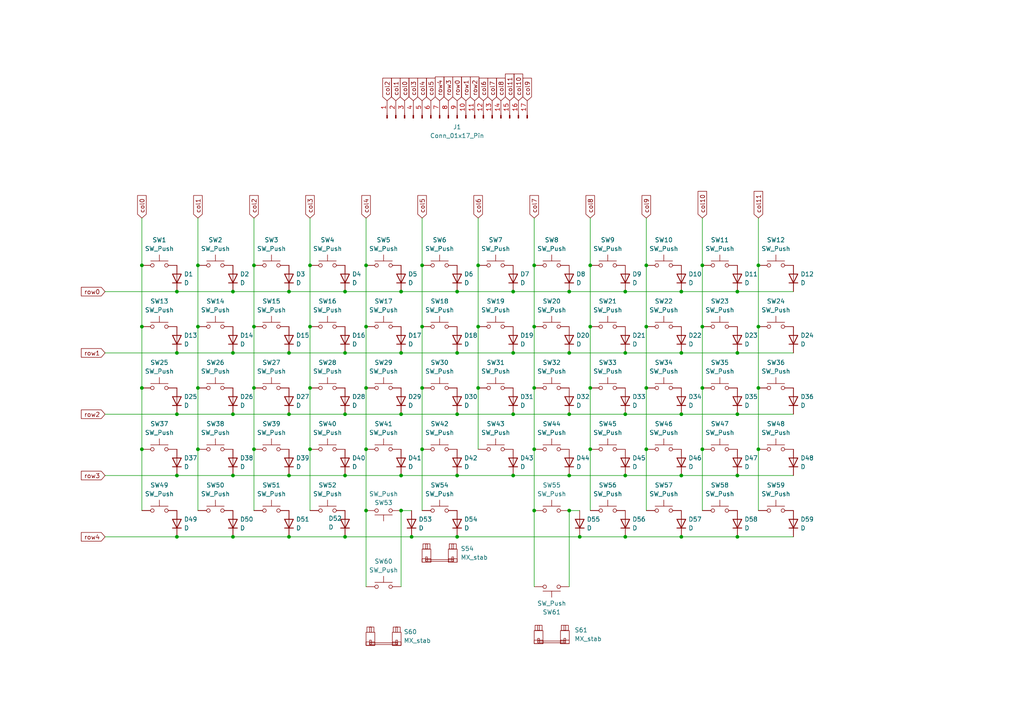
<source format=kicad_sch>
(kicad_sch (version 20231120) (generator "eeschema") (generator_version "8.0")
  (paper "A4")
  (title_block (title "Form Zero") (rev "0.1"))
  (lib_symbols
    (symbol "Connector:Conn_01x17_Pin" (pin_names (offset 1.016) hide)
      (property "Reference" "J" (at 0 22.86 0))
      (property "Value" "Conn_01x17_Pin" (at 0 -22.86 0))
      (symbol "Conn_01x17_Pin_1_1"
        (pin passive line (at 5.08 20.32 180) (length 3.81) (name "Pin_1") (number "1"))
        (pin passive line (at 5.08 -2.54 180) (length 3.81) (name "Pin_10") (number "10"))
        (pin passive line (at 5.08 -5.08 180) (length 3.81) (name "Pin_11") (number "11"))
        (pin passive line (at 5.08 -7.62 180) (length 3.81) (name "Pin_12") (number "12"))
        (pin passive line (at 5.08 -10.16 180) (length 3.81) (name "Pin_13") (number "13"))
        (pin passive line (at 5.08 -12.7 180) (length 3.81) (name "Pin_14") (number "14"))
        (pin passive line (at 5.08 -15.24 180) (length 3.81) (name "Pin_15") (number "15"))
        (pin passive line (at 5.08 -17.78 180) (length 3.81) (name "Pin_16") (number "16"))
        (pin passive line (at 5.08 -20.32 180) (length 3.81) (name "Pin_17") (number "17"))
        (pin passive line (at 5.08 17.78 180) (length 3.81) (name "Pin_2") (number "2"))
        (pin passive line (at 5.08 15.24 180) (length 3.81) (name "Pin_3") (number "3"))
        (pin passive line (at 5.08 12.7 180) (length 3.81) (name "Pin_4") (number "4"))
        (pin passive line (at 5.08 10.16 180) (length 3.81) (name "Pin_5") (number "5"))
        (pin passive line (at 5.08 7.62 180) (length 3.81) (name "Pin_6") (number "6"))
        (pin passive line (at 5.08 5.08 180) (length 3.81) (name "Pin_7") (number "7"))
        (pin passive line (at 5.08 2.54 180) (length 3.81) (name "Pin_8") (number "8"))
        (pin passive line (at 5.08 0 180) (length 3.81) (name "Pin_9") (number "9"))
      )
    )
    (symbol "Device:D" (pin_numbers hide) (pin_names (offset 1.016) hide)
      (property "Reference" "D" (at 0 2.54 0))
      (property "Value" "D" (at 0 -2.54 0))
      (symbol "D_1_1"
        (pin passive line (at -3.81 0 0) (length 2.54) (name "K") (number "1"))
        (pin passive line (at 3.81 0 180) (length 2.54) (name "A") (number "2"))
      )
    )
    (symbol "Switch:SW_Push" (pin_numbers hide) (pin_names (offset 1.016) hide)
      (property "Reference" "SW" (at 1.27 2.54 0))
      (property "Value" "SW_Push" (at 0 -1.524 0))
      (symbol "SW_Push_0_1"
        (pin passive line (at -5.08 0 0) (length 2.54) (name "1") (number "1"))
        (pin passive line (at 5.08 0 180) (length 2.54) (name "2") (number "2"))
      )
    )
    (symbol "marbastlib-mx:MX_stab" (pin_names (offset 1.016))
      (property "Reference" "S" (at -5.08 6.35 0))
      (property "Value" "MX_stab" (at -5.08 3.81 0))
    )
  )
  (junction (at 106.172 112.522))
  (junction (at 213.868 102.362))
  (junction (at 197.612 102.362))
  (junction (at 57.404 94.742))
  (junction (at 122.428 112.522))
  (junction (at 100.076 137.922))
  (junction (at 165.1 84.582))
  (junction (at 171.196 94.742))
  (junction (at 122.428 130.302))
  (junction (at 73.66 112.522))
  (junction (at 138.684 112.522))
  (junction (at 181.356 84.582))
  (junction (at 73.66 130.302))
  (junction (at 73.66 76.962))
  (junction (at 89.916 130.302))
  (junction (at 171.196 130.302))
  (junction (at 73.66 94.742))
  (junction (at 203.708 112.522))
  (junction (at 116.332 102.362))
  (junction (at 67.564 102.362))
  (junction (at 100.076 155.702))
  (junction (at 187.452 130.302))
  (junction (at 83.82 155.702))
  (junction (at 51.308 137.922))
  (junction (at 106.172 130.302))
  (junction (at 116.332 137.922))
  (junction (at 41.148 94.742))
  (junction (at 132.588 155.702))
  (junction (at 197.612 84.582))
  (junction (at 181.356 155.702))
  (junction (at 132.588 137.922))
  (junction (at 67.564 84.582))
  (junction (at 106.172 76.962))
  (junction (at 181.356 102.362))
  (junction (at 197.612 155.702))
  (junction (at 132.588 102.362))
  (junction (at 148.844 120.142))
  (junction (at 187.452 112.522))
  (junction (at 51.308 84.582))
  (junction (at 171.196 112.522))
  (junction (at 187.452 94.742))
  (junction (at 154.94 94.742))
  (junction (at 165.1 102.362))
  (junction (at 148.844 102.362))
  (junction (at 106.172 94.742))
  (junction (at 100.076 120.142))
  (junction (at 187.452 76.962))
  (junction (at 106.172 148.082))
  (junction (at 181.356 137.922))
  (junction (at 138.684 76.962))
  (junction (at 219.964 112.522))
  (junction (at 116.332 148.082))
  (junction (at 213.868 84.582))
  (junction (at 116.332 84.582))
  (junction (at 203.708 94.742))
  (junction (at 57.404 112.522))
  (junction (at 138.684 94.742))
  (junction (at 165.1 120.142))
  (junction (at 67.564 120.142))
  (junction (at 51.308 102.362))
  (junction (at 57.404 76.962))
  (junction (at 154.94 112.522))
  (junction (at 154.94 130.302))
  (junction (at 213.868 137.922))
  (junction (at 67.564 155.702))
  (junction (at 100.076 84.582))
  (junction (at 168.148 155.702))
  (junction (at 171.196 76.962))
  (junction (at 100.076 102.362))
  (junction (at 122.428 76.962))
  (junction (at 219.964 76.962))
  (junction (at 219.964 94.742))
  (junction (at 51.308 155.702))
  (junction (at 154.94 148.082))
  (junction (at 148.844 137.922))
  (junction (at 83.82 137.922))
  (junction (at 41.148 130.302))
  (junction (at 132.588 84.582))
  (junction (at 89.916 76.962))
  (junction (at 41.148 112.522))
  (junction (at 57.404 130.302))
  (junction (at 51.308 120.142))
  (junction (at 83.82 84.582))
  (junction (at 122.428 94.742))
  (junction (at 181.356 120.142))
  (junction (at 89.916 94.742))
  (junction (at 89.916 112.522))
  (junction (at 119.38 155.702))
  (junction (at 203.708 76.962))
  (junction (at 213.868 155.702))
  (junction (at 41.148 76.962))
  (junction (at 83.82 102.362))
  (junction (at 219.964 130.302))
  (junction (at 197.612 120.142))
  (junction (at 213.868 120.142))
  (junction (at 67.564 137.922))
  (junction (at 148.844 84.582))
  (junction (at 154.94 76.962))
  (junction (at 116.332 120.142))
  (junction (at 203.708 130.302))
  (junction (at 83.82 120.142))
  (junction (at 165.1 137.922))
  (junction (at 197.612 137.922))
  (junction (at 132.588 120.142))
  (junction (at 165.1 148.082))
  (wire (pts (xy 187.452 76.962) (xy 187.452 94.742)))
  (wire (pts (xy 83.82 155.702) (xy 100.076 155.702)))
  (wire (pts (xy 57.404 76.962) (xy 57.404 94.742)))
  (wire (pts (xy 138.684 94.742) (xy 138.684 112.522)))
  (wire (pts (xy 89.916 112.522) (xy 89.916 130.302)))
  (wire (pts (xy 106.172 112.522) (xy 106.172 130.302)))
  (wire (pts (xy 67.564 155.702) (xy 83.82 155.702)))
  (wire (pts (xy 67.564 120.142) (xy 83.82 120.142)))
  (wire (pts (xy 67.564 102.362) (xy 83.82 102.362)))
  (wire (pts (xy 106.172 63.246) (xy 106.172 76.962)))
  (wire (pts (xy 106.172 130.302) (xy 106.172 148.082)))
  (wire (pts (xy 73.66 130.302) (xy 73.66 148.082)))
  (wire (pts (xy 67.564 84.582) (xy 83.82 84.582)))
  (wire (pts (xy 41.148 130.302) (xy 41.148 148.082)))
  (wire (pts (xy 138.684 76.962) (xy 138.684 94.742)))
  (wire (pts (xy 73.66 112.522) (xy 73.66 130.302)))
  (wire (pts (xy 148.844 120.142) (xy 165.1 120.142)))
  (wire (pts (xy 203.708 130.302) (xy 203.708 148.082)))
  (wire (pts (xy 83.82 120.142) (xy 100.076 120.142)))
  (wire (pts (xy 171.196 63.246) (xy 171.196 76.962)))
  (wire (pts (xy 30.48 137.922) (xy 51.308 137.922)))
  (wire (pts (xy 132.588 155.702) (xy 168.148 155.702)))
  (wire (pts (xy 168.148 148.082) (xy 165.1 148.082)))
  (wire (pts (xy 83.82 84.582) (xy 100.076 84.582)))
  (wire (pts (xy 168.148 155.702) (xy 181.356 155.702)))
  (wire (pts (xy 197.612 84.582) (xy 213.868 84.582)))
  (wire (pts (xy 154.94 148.082) (xy 154.94 170.18)))
  (wire (pts (xy 187.452 112.522) (xy 187.452 130.302)))
  (wire (pts (xy 203.708 112.522) (xy 203.708 130.302)))
  (wire (pts (xy 181.356 137.922) (xy 197.612 137.922)))
  (wire (pts (xy 219.964 76.962) (xy 219.964 94.742)))
  (wire (pts (xy 119.38 155.702) (xy 132.588 155.702)))
  (wire (pts (xy 73.66 63.246) (xy 73.66 76.962)))
  (wire (pts (xy 203.708 63.246) (xy 203.708 76.962)))
  (wire (pts (xy 116.332 137.922) (xy 132.588 137.922)))
  (wire (pts (xy 100.076 84.582) (xy 116.332 84.582)))
  (wire (pts (xy 30.48 84.582) (xy 51.308 84.582)))
  (wire (pts (xy 41.148 76.962) (xy 41.148 94.742)))
  (wire (pts (xy 57.404 94.742) (xy 57.404 112.522)))
  (wire (pts (xy 116.332 148.082) (xy 119.38 148.082)))
  (wire (pts (xy 30.48 102.362) (xy 51.308 102.362)))
  (wire (pts (xy 41.148 63.246) (xy 41.148 76.962)))
  (wire (pts (xy 213.868 84.582) (xy 230.124 84.582)))
  (wire (pts (xy 187.452 130.302) (xy 187.452 148.082)))
  (wire (pts (xy 116.332 84.582) (xy 132.588 84.582)))
  (wire (pts (xy 219.964 63.246) (xy 219.964 76.962)))
  (wire (pts (xy 89.916 63.246) (xy 89.916 76.962)))
  (wire (pts (xy 89.916 130.302) (xy 89.916 148.082)))
  (wire (pts (xy 122.428 130.302) (xy 122.428 148.082)))
  (wire (pts (xy 89.916 94.742) (xy 89.916 112.522)))
  (wire (pts (xy 116.332 102.362) (xy 132.588 102.362)))
  (wire (pts (xy 187.452 63.246) (xy 187.452 76.962)))
  (wire (pts (xy 51.308 155.702) (xy 67.564 155.702)))
  (wire (pts (xy 138.684 112.522) (xy 138.684 130.302)))
  (wire (pts (xy 100.076 120.142) (xy 116.332 120.142)))
  (wire (pts (xy 83.82 137.922) (xy 100.076 137.922)))
  (wire (pts (xy 148.844 84.582) (xy 165.1 84.582)))
  (wire (pts (xy 51.308 102.362) (xy 67.564 102.362)))
  (wire (pts (xy 213.868 120.142) (xy 230.124 120.142)))
  (wire (pts (xy 30.48 120.142) (xy 51.308 120.142)))
  (wire (pts (xy 181.356 102.362) (xy 197.612 102.362)))
  (wire (pts (xy 154.94 76.962) (xy 154.94 94.742)))
  (wire (pts (xy 181.356 84.582) (xy 197.612 84.582)))
  (wire (pts (xy 57.404 63.246) (xy 57.404 76.962)))
  (wire (pts (xy 165.1 84.582) (xy 181.356 84.582)))
  (wire (pts (xy 132.588 120.142) (xy 148.844 120.142)))
  (wire (pts (xy 106.172 148.082) (xy 106.172 170.18)))
  (wire (pts (xy 100.076 155.702) (xy 119.38 155.702)))
  (wire (pts (xy 100.076 102.362) (xy 116.332 102.362)))
  (wire (pts (xy 132.588 84.582) (xy 148.844 84.582)))
  (wire (pts (xy 213.868 137.922) (xy 230.124 137.922)))
  (wire (pts (xy 73.66 76.962) (xy 73.66 94.742)))
  (wire (pts (xy 83.82 102.362) (xy 100.076 102.362)))
  (wire (pts (xy 106.172 94.742) (xy 106.172 112.522)))
  (wire (pts (xy 57.404 112.522) (xy 57.404 130.302)))
  (wire (pts (xy 116.332 120.142) (xy 132.588 120.142)))
  (wire (pts (xy 122.428 94.742) (xy 122.428 112.522)))
  (wire (pts (xy 171.196 112.522) (xy 171.196 130.302)))
  (wire (pts (xy 165.1 102.362) (xy 181.356 102.362)))
  (wire (pts (xy 41.148 112.522) (xy 41.148 130.302)))
  (wire (pts (xy 30.48 155.702) (xy 51.308 155.702)))
  (wire (pts (xy 171.196 130.302) (xy 171.196 148.082)))
  (wire (pts (xy 187.452 94.742) (xy 187.452 112.522)))
  (wire (pts (xy 138.684 63.246) (xy 138.684 76.962)))
  (wire (pts (xy 51.308 84.582) (xy 67.564 84.582)))
  (wire (pts (xy 148.844 137.922) (xy 165.1 137.922)))
  (wire (pts (xy 100.076 137.922) (xy 116.332 137.922)))
  (wire (pts (xy 122.428 63.246) (xy 122.428 76.962)))
  (wire (pts (xy 106.172 76.962) (xy 106.172 94.742)))
  (wire (pts (xy 89.916 76.962) (xy 89.916 94.742)))
  (wire (pts (xy 219.964 94.742) (xy 219.964 112.522)))
  (wire (pts (xy 67.564 137.922) (xy 83.82 137.922)))
  (wire (pts (xy 165.1 120.142) (xy 181.356 120.142)))
  (wire (pts (xy 122.428 112.522) (xy 122.428 130.302)))
  (wire (pts (xy 219.964 130.302) (xy 219.964 148.082)))
  (wire (pts (xy 154.94 63.246) (xy 154.94 76.962)))
  (wire (pts (xy 203.708 94.742) (xy 203.708 112.522)))
  (wire (pts (xy 154.94 112.522) (xy 154.94 130.302)))
  (wire (pts (xy 197.612 137.922) (xy 213.868 137.922)))
  (wire (pts (xy 148.844 102.362) (xy 165.1 102.362)))
  (wire (pts (xy 154.94 130.302) (xy 154.94 148.082)))
  (wire (pts (xy 73.66 94.742) (xy 73.66 112.522)))
  (wire (pts (xy 181.356 155.702) (xy 197.612 155.702)))
  (wire (pts (xy 197.612 102.362) (xy 213.868 102.362)))
  (wire (pts (xy 197.612 120.142) (xy 213.868 120.142)))
  (wire (pts (xy 203.708 76.962) (xy 203.708 94.742)))
  (wire (pts (xy 171.196 94.742) (xy 171.196 112.522)))
  (wire (pts (xy 57.404 130.302) (xy 57.404 148.082)))
  (wire (pts (xy 51.308 120.142) (xy 67.564 120.142)))
  (wire (pts (xy 181.356 120.142) (xy 197.612 120.142)))
  (wire (pts (xy 122.428 76.962) (xy 122.428 94.742)))
  (wire (pts (xy 116.332 148.082) (xy 116.332 170.18)))
  (wire (pts (xy 213.868 102.362) (xy 230.124 102.362)))
  (wire (pts (xy 132.588 102.362) (xy 148.844 102.362)))
  (wire (pts (xy 132.588 137.922) (xy 148.844 137.922)))
  (wire (pts (xy 165.1 137.922) (xy 181.356 137.922)))
  (wire (pts (xy 171.196 76.962) (xy 171.196 94.742)))
  (wire (pts (xy 197.612 155.702) (xy 213.868 155.702)))
  (wire (pts (xy 154.94 94.742) (xy 154.94 112.522)))
  (wire (pts (xy 51.308 137.922) (xy 67.564 137.922)))
  (wire (pts (xy 165.1 148.082) (xy 165.1 170.18)))
  (wire (pts (xy 219.964 112.522) (xy 219.964 130.302)))
  (wire (pts (xy 41.148 94.742) (xy 41.148 112.522)))
  (wire (pts (xy 213.868 155.702) (xy 230.124 155.702)))
  (global_label "col6" (shape input) (at 140.208 29.21 90) (property "Intersheetrefs" "${INTERSHEET_REFS}" (effects (hide yes))))
  (global_label "col9" (shape input) (at 187.452 63.246 90) (property "Intersheetrefs" "${INTERSHEET_REFS}" (effects (hide yes))))
  (global_label "col8" (shape input) (at 171.196 63.246 90) (property "Intersheetrefs" "${INTERSHEET_REFS}" (effects (hide yes))))
  (global_label "col3" (shape input) (at 119.888 29.21 90) (property "Intersheetrefs" "${INTERSHEET_REFS}" (effects (hide yes))))
  (global_label "col1" (shape input) (at 114.808 29.21 90) (property "Intersheetrefs" "${INTERSHEET_REFS}" (effects (hide yes))))
  (global_label "row4" (shape input) (at 127.508 29.21 90) (property "Intersheetrefs" "${INTERSHEET_REFS}" (effects (hide yes))))
  (global_label "row2" (shape input) (at 30.48 120.142 180) (property "Intersheetrefs" "${INTERSHEET_REFS}" (effects (hide yes))))
  (global_label "row0" (shape input) (at 30.48 84.582 180) (property "Intersheetrefs" "${INTERSHEET_REFS}" (effects (hide yes))))
  (global_label "col0" (shape input) (at 117.348 29.21 90) (property "Intersheetrefs" "${INTERSHEET_REFS}" (effects (hide yes))))
  (global_label "col4" (shape input) (at 122.428 29.21 90) (property "Intersheetrefs" "${INTERSHEET_REFS}" (effects (hide yes))))
  (global_label "col1" (shape input) (at 57.404 63.246 90) (property "Intersheetrefs" "${INTERSHEET_REFS}" (effects (hide yes))))
  (global_label "col10" (shape input) (at 150.368 29.21 90) (property "Intersheetrefs" "${INTERSHEET_REFS}" (effects (hide yes))))
  (global_label "col9" (shape input) (at 152.908 29.21 90) (property "Intersheetrefs" "${INTERSHEET_REFS}" (effects (hide yes))))
  (global_label "col2" (shape input) (at 73.66 63.246 90) (property "Intersheetrefs" "${INTERSHEET_REFS}" (effects (hide yes))))
  (global_label "col11" (shape input) (at 147.828 29.21 90) (property "Intersheetrefs" "${INTERSHEET_REFS}" (effects (hide yes))))
  (global_label "col7" (shape input) (at 154.94 63.246 90) (property "Intersheetrefs" "${INTERSHEET_REFS}" (effects (hide yes))))
  (global_label "col8" (shape input) (at 145.288 29.21 90) (property "Intersheetrefs" "${INTERSHEET_REFS}" (effects (hide yes))))
  (global_label "row0" (shape input) (at 132.588 29.21 90) (property "Intersheetrefs" "${INTERSHEET_REFS}" (effects (hide yes))))
  (global_label "col5" (shape input) (at 122.428 63.246 90) (property "Intersheetrefs" "${INTERSHEET_REFS}" (effects (hide yes))))
  (global_label "row1" (shape input) (at 135.128 29.21 90) (property "Intersheetrefs" "${INTERSHEET_REFS}" (effects (hide yes))))
  (global_label "col10" (shape input) (at 203.708 63.246 90) (property "Intersheetrefs" "${INTERSHEET_REFS}" (effects (hide yes))))
  (global_label "row3" (shape input) (at 130.048 29.21 90) (property "Intersheetrefs" "${INTERSHEET_REFS}" (effects (hide yes))))
  (global_label "col6" (shape input) (at 138.684 63.246 90) (property "Intersheetrefs" "${INTERSHEET_REFS}" (effects (hide yes))))
  (global_label "col0" (shape input) (at 41.148 63.246 90) (property "Intersheetrefs" "${INTERSHEET_REFS}" (effects (hide yes))))
  (global_label "col3" (shape input) (at 89.916 63.246 90) (property "Intersheetrefs" "${INTERSHEET_REFS}" (effects (hide yes))))
  (global_label "row2" (shape input) (at 137.668 29.21 90) (property "Intersheetrefs" "${INTERSHEET_REFS}" (effects (hide yes))))
  (global_label "col2" (shape input) (at 112.268 29.21 90) (property "Intersheetrefs" "${INTERSHEET_REFS}" (effects (hide yes))))
  (global_label "col11" (shape input) (at 219.964 63.246 90) (property "Intersheetrefs" "${INTERSHEET_REFS}" (effects (hide yes))))
  (global_label "col4" (shape input) (at 106.172 63.246 90) (property "Intersheetrefs" "${INTERSHEET_REFS}" (effects (hide yes))))
  (global_label "row4" (shape input) (at 30.48 155.702 180) (property "Intersheetrefs" "${INTERSHEET_REFS}" (effects (hide yes))))
  (global_label "col7" (shape input) (at 142.748 29.21 90) (property "Intersheetrefs" "${INTERSHEET_REFS}" (effects (hide yes))))
  (global_label "row1" (shape input) (at 30.48 102.362 180) (property "Intersheetrefs" "${INTERSHEET_REFS}" (effects (hide yes))))
  (global_label "row3" (shape input) (at 30.48 137.922 180) (property "Intersheetrefs" "${INTERSHEET_REFS}" (effects (hide yes))))
  (global_label "col5" (shape input) (at 124.968 29.21 90) (property "Intersheetrefs" "${INTERSHEET_REFS}" (effects (hide yes))))
  (symbol (lib_id "Device:D") (at 132.588 116.332 90) (unit 1)
    (property "Reference" "D30" (at 134.62 115.062 90) (effects (justify right)))
    (property "Value" "D" (at 134.62 117.602 90) (effects (justify right)))
    (property "Footprint" "kbd:D3_TH_SMD_v2" (effects (hide yes)))
    (property "Sim.Device" "D" (effects (hide yes)))
    (property "Sim.Pins" "1=K 2=A" (effects (hide yes)))
  )
  (symbol (lib_id "Switch:SW_Push") (at 78.74 94.742 0) (unit 1)
    (property "Reference" "SW15" (at 78.74 87.376 0))
    (property "Value" "SW_Push" (at 78.74 89.916 0))
    (property "Footprint" "marbastlib-mx:SW_MX_HS_CPG151101S11_1u" (effects (hide yes)))
  )
  (symbol (lib_id "Device:D") (at 230.124 98.552 90) (unit 1)
    (property "Reference" "D24" (at 232.156 97.282 90) (effects (justify right)))
    (property "Value" "D" (at 232.156 99.822 90) (effects (justify right)))
    (property "Footprint" "kbd:D3_TH_SMD_v2" (effects (hide yes)))
    (property "Sim.Device" "D" (effects (hide yes)))
    (property "Sim.Pins" "1=K 2=A" (effects (hide yes)))
  )
  (symbol (lib_id "Device:D") (at 83.82 151.892 90) (unit 1)
    (property "Reference" "D51" (at 85.852 150.622 90) (effects (justify right)))
    (property "Value" "D" (at 85.852 153.162 90) (effects (justify right)))
    (property "Footprint" "kbd:D3_TH_SMD_v2" (effects (hide yes)))
    (property "Sim.Device" "D" (effects (hide yes)))
    (property "Sim.Pins" "1=K 2=A" (effects (hide yes)))
  )
  (symbol (lib_id "Switch:SW_Push") (at 176.276 76.962 0) (unit 1)
    (property "Reference" "SW9" (at 176.276 69.596 0))
    (property "Value" "SW_Push" (at 176.276 72.136 0))
    (property "Footprint" "marbastlib-mx:SW_MX_HS_CPG151101S11_1u" (effects (hide yes)))
  )
  (symbol (lib_id "Device:D") (at 83.82 116.332 90) (unit 1)
    (property "Reference" "D27" (at 85.852 115.062 90) (effects (justify right)))
    (property "Value" "D" (at 85.852 117.602 90) (effects (justify right)))
    (property "Footprint" "kbd:D3_TH_SMD_v2" (effects (hide yes)))
    (property "Sim.Device" "D" (effects (hide yes)))
    (property "Sim.Pins" "1=K 2=A" (effects (hide yes)))
  )
  (symbol (lib_id "Device:D") (at 213.868 151.892 90) (unit 1)
    (property "Reference" "D58" (at 215.9 150.622 90) (effects (justify right)))
    (property "Value" "D" (at 215.9 153.162 90) (effects (justify right)))
    (property "Footprint" "kbd:D3_TH_SMD_v2" (effects (hide yes)))
    (property "Sim.Device" "D" (effects (hide yes)))
    (property "Sim.Pins" "1=K 2=A" (effects (hide yes)))
  )
  (symbol (lib_id "Switch:SW_Push") (at 46.228 76.962 0) (unit 1)
    (property "Reference" "SW1" (at 46.228 69.596 0))
    (property "Value" "SW_Push" (at 46.228 72.136 0))
    (property "Footprint" "marbastlib-mx:SW_MX_HS_CPG151101S11_1u" (effects (hide yes)))
  )
  (symbol (lib_id "Device:D") (at 100.076 116.332 90) (unit 1)
    (property "Reference" "D28" (at 102.108 115.062 90) (effects (justify right)))
    (property "Value" "D" (at 102.108 117.602 90) (effects (justify right)))
    (property "Footprint" "kbd:D3_TH_SMD_v2" (effects (hide yes)))
    (property "Sim.Device" "D" (effects (hide yes)))
    (property "Sim.Pins" "1=K 2=A" (effects (hide yes)))
  )
  (symbol (lib_id "Switch:SW_Push") (at 192.532 148.082 0) (unit 1)
    (property "Reference" "SW57" (at 192.532 140.716 0))
    (property "Value" "SW_Push" (at 192.532 143.256 0))
    (property "Footprint" "marbastlib-mx:SW_MX_HS_CPG151101S11_1u" (effects (hide yes)))
  )
  (symbol (lib_id "Device:D") (at 67.564 116.332 90) (unit 1)
    (property "Reference" "D26" (at 69.596 115.062 90) (effects (justify right)))
    (property "Value" "D" (at 69.596 117.602 90) (effects (justify right)))
    (property "Footprint" "kbd:D3_TH_SMD_v2" (effects (hide yes)))
    (property "Sim.Device" "D" (effects (hide yes)))
    (property "Sim.Pins" "1=K 2=A" (effects (hide yes)))
  )
  (symbol (lib_id "Device:D") (at 132.588 134.112 90) (unit 1)
    (property "Reference" "D42" (at 134.62 132.842 90) (effects (justify right)))
    (property "Value" "D" (at 134.62 135.382 90) (effects (justify right)))
    (property "Footprint" "kbd:D3_TH_SMD_v2" (effects (hide yes)))
    (property "Sim.Device" "D" (effects (hide yes)))
    (property "Sim.Pins" "1=K 2=A" (effects (hide yes)))
  )
  (symbol (lib_id "Switch:SW_Push") (at 94.996 148.082 0) (unit 1)
    (property "Reference" "SW52" (at 94.996 140.716 0))
    (property "Value" "SW_Push" (at 94.996 143.256 0))
    (property "Footprint" "marbastlib-mx:SW_MX_HS_CPG151101S11_1u" (effects (hide yes)))
  )
  (symbol (lib_id "Device:D") (at 181.356 151.892 90) (unit 1)
    (property "Reference" "D56" (at 183.388 150.622 90) (effects (justify right)))
    (property "Value" "D" (at 183.388 153.162 90) (effects (justify right)))
    (property "Footprint" "kbd:D3_TH_SMD_v2" (effects (hide yes)))
    (property "Sim.Device" "D" (effects (hide yes)))
    (property "Sim.Pins" "1=K 2=A" (effects (hide yes)))
  )
  (symbol (lib_id "Switch:SW_Push") (at 160.02 76.962 0) (unit 1)
    (property "Reference" "SW8" (at 160.02 69.596 0))
    (property "Value" "SW_Push" (at 160.02 72.136 0))
    (property "Footprint" "marbastlib-mx:SW_MX_HS_CPG151101S11_1u" (effects (hide yes)))
  )
  (symbol (lib_id "Switch:SW_Push") (at 208.788 76.962 0) (unit 1)
    (property "Reference" "SW11" (at 208.788 69.596 0))
    (property "Value" "SW_Push" (at 208.788 72.136 0))
    (property "Footprint" "marbastlib-mx:SW_MX_HS_CPG151101S11_1u" (effects (hide yes)))
  )
  (symbol (lib_id "Switch:SW_Push") (at 111.252 170.18 0) (unit 1)
    (property "Reference" "SW60" (at 111.252 162.814 0))
    (property "Value" "SW_Push" (at 111.252 165.354 0))
    (property "Footprint" "marbastlib-mx:SW_MX_HS_CPG151101S11_1u" (effects (hide yes)))
  )
  (symbol (lib_id "Device:D") (at 148.844 116.332 90) (unit 1)
    (property "Reference" "D31" (at 150.876 115.062 90) (effects (justify right)))
    (property "Value" "D" (at 150.876 117.602 90) (effects (justify right)))
    (property "Footprint" "kbd:D3_TH_SMD_v2" (effects (hide yes)))
    (property "Sim.Device" "D" (effects (hide yes)))
    (property "Sim.Pins" "1=K 2=A" (effects (hide yes)))
  )
  (symbol (lib_id "Switch:SW_Push") (at 127.508 94.742 0) (unit 1)
    (property "Reference" "SW18" (at 127.508 87.376 0))
    (property "Value" "SW_Push" (at 127.508 89.916 0))
    (property "Footprint" "marbastlib-mx:SW_MX_HS_CPG151101S11_1u" (effects (hide yes)))
  )
  (symbol (lib_id "Device:D") (at 197.612 116.332 90) (unit 1)
    (property "Reference" "D34" (at 199.644 115.062 90) (effects (justify right)))
    (property "Value" "D" (at 199.644 117.602 90) (effects (justify right)))
    (property "Footprint" "kbd:D3_TH_SMD_v2" (effects (hide yes)))
    (property "Sim.Device" "D" (effects (hide yes)))
    (property "Sim.Pins" "1=K 2=A" (effects (hide yes)))
  )
  (symbol (lib_id "Switch:SW_Push") (at 62.484 130.302 0) (unit 1)
    (property "Reference" "SW38" (at 62.484 122.936 0))
    (property "Value" "SW_Push" (at 62.484 125.476 0))
    (property "Footprint" "marbastlib-mx:SW_MX_HS_CPG151101S11_1u" (effects (hide yes)))
  )
  (symbol (lib_id "Device:D") (at 213.868 116.332 90) (unit 1)
    (property "Reference" "D35" (at 215.9 115.062 90) (effects (justify right)))
    (property "Value" "D" (at 215.9 117.602 90) (effects (justify right)))
    (property "Footprint" "kbd:D3_TH_SMD_v2" (effects (hide yes)))
    (property "Sim.Device" "D" (effects (hide yes)))
    (property "Sim.Pins" "1=K 2=A" (effects (hide yes)))
  )
  (symbol (lib_id "Switch:SW_Push") (at 192.532 112.522 0) (unit 1)
    (property "Reference" "SW34" (at 192.532 105.156 0))
    (property "Value" "SW_Push" (at 192.532 107.696 0))
    (property "Footprint" "marbastlib-mx:SW_MX_HS_CPG151101S11_1u" (effects (hide yes)))
  )
  (symbol (lib_id "Switch:SW_Push") (at 192.532 94.742 0) (unit 1)
    (property "Reference" "SW22" (at 192.532 87.376 0))
    (property "Value" "SW_Push" (at 192.532 89.916 0))
    (property "Footprint" "marbastlib-mx:SW_MX_HS_CPG151101S11_1u" (effects (hide yes)))
  )
  (symbol (lib_id "Device:D") (at 148.844 134.112 90) (unit 1)
    (property "Reference" "D43" (at 150.876 132.842 90) (effects (justify right)))
    (property "Value" "D" (at 150.876 135.382 90) (effects (justify right)))
    (property "Footprint" "kbd:D3_TH_SMD_v2" (effects (hide yes)))
    (property "Sim.Device" "D" (effects (hide yes)))
    (property "Sim.Pins" "1=K 2=A" (effects (hide yes)))
  )
  (symbol (lib_id "Switch:SW_Push") (at 78.74 148.082 0) (unit 1)
    (property "Reference" "SW51" (at 78.74 140.716 0))
    (property "Value" "SW_Push" (at 78.74 143.256 0))
    (property "Footprint" "marbastlib-mx:SW_MX_HS_CPG151101S11_1u" (effects (hide yes)))
  )
  (symbol (lib_id "Device:D") (at 100.076 151.892 90) (unit 1)
    (property "Reference" "D52" (at 95.25 150.368 90) (effects (justify right)))
    (property "Value" "D" (at 95.25 152.908 90) (effects (justify right)))
    (property "Footprint" "kbd:D3_TH_SMD_v2" (effects (hide yes)))
    (property "Sim.Device" "D" (effects (hide yes)))
    (property "Sim.Pins" "1=K 2=A" (effects (hide yes)))
  )
  (symbol (lib_id "Switch:SW_Push") (at 127.508 148.082 0) (unit 1)
    (property "Reference" "SW54" (at 127.508 140.716 0))
    (property "Value" "SW_Push" (at 127.508 143.256 0))
    (property "Footprint" "marbastlib-mx:SW_MX_HS_CPG151101S11_1u" (effects (hide yes)))
  )
  (symbol (lib_id "Device:D") (at 116.332 80.772 90) (unit 1)
    (property "Reference" "D5" (at 118.364 79.502 90) (effects (justify right)))
    (property "Value" "D" (at 118.364 82.042 90) (effects (justify right)))
    (property "Footprint" "kbd:D3_TH_SMD_v2" (effects (hide yes)))
    (property "Sim.Device" "D" (effects (hide yes)))
    (property "Sim.Pins" "1=K 2=A" (effects (hide yes)))
  )
  (symbol (lib_id "Switch:SW_Push") (at 127.508 112.522 0) (unit 1)
    (property "Reference" "SW30" (at 127.508 105.156 0))
    (property "Value" "SW_Push" (at 127.508 107.696 0))
    (property "Footprint" "marbastlib-mx:SW_MX_HS_CPG151101S11_1u" (effects (hide yes)))
  )
  (symbol (lib_id "Switch:SW_Push") (at 111.252 148.082 180) (unit 1)
    (property "Reference" "SW53" (at 111.252 145.796 0))
    (property "Value" "SW_Push" (at 111.252 143.256 0))
    (property "Footprint" "marbastlib-mx:SW_MX_HS_CPG151101S11_1u" (effects (hide yes)))
  )
  (symbol (lib_id "Device:D") (at 165.1 134.112 90) (unit 1)
    (property "Reference" "D44" (at 167.132 132.842 90) (effects (justify right)))
    (property "Value" "D" (at 167.132 135.382 90) (effects (justify right)))
    (property "Footprint" "kbd:D3_TH_SMD_v2" (effects (hide yes)))
    (property "Sim.Device" "D" (effects (hide yes)))
    (property "Sim.Pins" "1=K 2=A" (effects (hide yes)))
  )
  (symbol (lib_id "Switch:SW_Push") (at 225.044 148.082 0) (unit 1)
    (property "Reference" "SW59" (at 225.044 140.716 0))
    (property "Value" "SW_Push" (at 225.044 143.256 0))
    (property "Footprint" "marbastlib-mx:SW_MX_HS_CPG151101S11_1u" (effects (hide yes)))
  )
  (symbol (lib_id "Switch:SW_Push") (at 94.996 130.302 0) (unit 1)
    (property "Reference" "SW40" (at 94.996 122.936 0))
    (property "Value" "SW_Push" (at 94.996 125.476 0))
    (property "Footprint" "marbastlib-mx:SW_MX_HS_CPG151101S11_1u" (effects (hide yes)))
  )
  (symbol (lib_id "Device:D") (at 181.356 80.772 90) (unit 1)
    (property "Reference" "D9" (at 183.388 79.502 90) (effects (justify right)))
    (property "Value" "D" (at 183.388 82.042 90) (effects (justify right)))
    (property "Footprint" "kbd:D3_TH_SMD_v2" (effects (hide yes)))
    (property "Sim.Device" "D" (effects (hide yes)))
    (property "Sim.Pins" "1=K 2=A" (effects (hide yes)))
  )
  (symbol (lib_id "Device:D") (at 168.148 151.892 90) (unit 1)
    (property "Reference" "D55" (at 170.18 150.622 90) (effects (justify right)))
    (property "Value" "D" (at 170.18 153.162 90) (effects (justify right)))
    (property "Footprint" "kbd:D3_TH_SMD_v2" (effects (hide yes)))
    (property "Sim.Device" "D" (effects (hide yes)))
    (property "Sim.Pins" "1=K 2=A" (effects (hide yes)))
  )
  (symbol (lib_id "marbastlib-mx:MX_stab") (at 111.252 184.658 0) (unit 1)
    (property "Reference" "S60" (at 117.094 183.261 0) (effects (justify left)))
    (property "Value" "MX_stab" (at 117.094 185.801 0) (effects (justify left)))
    (property "Footprint" "marbastlib-mx:STAB_MX_2u" (effects (hide yes)))
  )
  (symbol (lib_id "Switch:SW_Push") (at 94.996 94.742 0) (unit 1)
    (property "Reference" "SW16" (at 94.996 87.376 0))
    (property "Value" "SW_Push" (at 94.996 89.916 0))
    (property "Footprint" "marbastlib-mx:SW_MX_HS_CPG151101S11_1u" (effects (hide yes)))
  )
  (symbol (lib_id "Switch:SW_Push") (at 62.484 112.522 0) (unit 1)
    (property "Reference" "SW26" (at 62.484 105.156 0))
    (property "Value" "SW_Push" (at 62.484 107.696 0))
    (property "Footprint" "marbastlib-mx:SW_MX_HS_CPG151101S11_1u" (effects (hide yes)))
  )
  (symbol (lib_id "Switch:SW_Push") (at 127.508 130.302 0) (unit 1)
    (property "Reference" "SW42" (at 127.508 122.936 0))
    (property "Value" "SW_Push" (at 127.508 125.476 0))
    (property "Footprint" "marbastlib-mx:SW_MX_HS_CPG151101S11_1u" (effects (hide yes)))
  )
  (symbol (lib_id "Switch:SW_Push") (at 143.764 112.522 0) (unit 1)
    (property "Reference" "SW31" (at 143.764 105.156 0))
    (property "Value" "SW_Push" (at 143.764 107.696 0))
    (property "Footprint" "marbastlib-mx:SW_MX_HS_CPG151101S11_1u" (effects (hide yes)))
  )
  (symbol (lib_id "Switch:SW_Push") (at 192.532 76.962 0) (unit 1)
    (property "Reference" "SW10" (at 192.532 69.596 0))
    (property "Value" "SW_Push" (at 192.532 72.136 0))
    (property "Footprint" "marbastlib-mx:SW_MX_HS_CPG151101S11_1u" (effects (hide yes)))
  )
  (symbol (lib_id "Device:D") (at 197.612 151.892 90) (unit 1)
    (property "Reference" "D57" (at 199.644 150.622 90) (effects (justify right)))
    (property "Value" "D" (at 199.644 153.162 90) (effects (justify right)))
    (property "Footprint" "kbd:D3_TH_SMD_v2" (effects (hide yes)))
    (property "Sim.Device" "D" (effects (hide yes)))
    (property "Sim.Pins" "1=K 2=A" (effects (hide yes)))
  )
  (symbol (lib_id "Switch:SW_Push") (at 46.228 112.522 0) (unit 1)
    (property "Reference" "SW25" (at 46.228 105.156 0))
    (property "Value" "SW_Push" (at 46.228 107.696 0))
    (property "Footprint" "marbastlib-mx:SW_MX_HS_CPG151101S11_1u" (effects (hide yes)))
  )
  (symbol (lib_id "marbastlib-mx:MX_stab") (at 160.02 184.15 0) (unit 1)
    (property "Reference" "S61" (at 166.624 182.753 0) (effects (justify left)))
    (property "Value" "MX_stab" (at 166.624 185.293 0) (effects (justify left)))
    (property "Footprint" "marbastlib-mx:STAB_MX_2u" (effects (hide yes)))
  )
  (symbol (lib_id "Device:D") (at 181.356 98.552 90) (unit 1)
    (property "Reference" "D21" (at 183.388 97.282 90) (effects (justify right)))
    (property "Value" "D" (at 183.388 99.822 90) (effects (justify right)))
    (property "Footprint" "kbd:D3_TH_SMD_v2" (effects (hide yes)))
    (property "Sim.Device" "D" (effects (hide yes)))
    (property "Sim.Pins" "1=K 2=A" (effects (hide yes)))
  )
  (symbol (lib_id "Switch:SW_Push") (at 111.252 112.522 0) (unit 1)
    (property "Reference" "SW29" (at 111.252 105.156 0))
    (property "Value" "SW_Push" (at 111.252 107.696 0))
    (property "Footprint" "marbastlib-mx:SW_MX_HS_CPG151101S11_1u" (effects (hide yes)))
  )
  (symbol (lib_id "Device:D") (at 51.308 98.552 90) (unit 1)
    (property "Reference" "D13" (at 53.34 97.282 90) (effects (justify right)))
    (property "Value" "D" (at 53.34 99.822 90) (effects (justify right)))
    (property "Footprint" "kbd:D3_TH_SMD_v2" (effects (hide yes)))
    (property "Sim.Device" "D" (effects (hide yes)))
    (property "Sim.Pins" "1=K 2=A" (effects (hide yes)))
  )
  (symbol (lib_id "Device:D") (at 83.82 134.112 90) (unit 1)
    (property "Reference" "D39" (at 85.852 132.842 90) (effects (justify right)))
    (property "Value" "D" (at 85.852 135.382 90) (effects (justify right)))
    (property "Footprint" "kbd:D3_TH_SMD_v2" (effects (hide yes)))
    (property "Sim.Device" "D" (effects (hide yes)))
    (property "Sim.Pins" "1=K 2=A" (effects (hide yes)))
  )
  (symbol (lib_id "Switch:SW_Push") (at 78.74 112.522 0) (unit 1)
    (property "Reference" "SW27" (at 78.74 105.156 0))
    (property "Value" "SW_Push" (at 78.74 107.696 0))
    (property "Footprint" "marbastlib-mx:SW_MX_HS_CPG151101S11_1u" (effects (hide yes)))
  )
  (symbol (lib_id "Switch:SW_Push") (at 62.484 94.742 0) (unit 1)
    (property "Reference" "SW14" (at 62.484 87.376 0))
    (property "Value" "SW_Push" (at 62.484 89.916 0))
    (property "Footprint" "marbastlib-mx:SW_MX_HS_CPG151101S11_1u" (effects (hide yes)))
  )
  (symbol (lib_id "Switch:SW_Push") (at 111.252 94.742 0) (unit 1)
    (property "Reference" "SW17" (at 111.252 87.376 0))
    (property "Value" "SW_Push" (at 111.252 89.916 0))
    (property "Footprint" "marbastlib-mx:SW_MX_HS_CPG151101S11_1u" (effects (hide yes)))
  )
  (symbol (lib_id "Device:D") (at 132.588 98.552 90) (unit 1)
    (property "Reference" "D18" (at 134.62 97.282 90) (effects (justify right)))
    (property "Value" "D" (at 134.62 99.822 90) (effects (justify right)))
    (property "Footprint" "kbd:D3_TH_SMD_v2" (effects (hide yes)))
    (property "Sim.Device" "D" (effects (hide yes)))
    (property "Sim.Pins" "1=K 2=A" (effects (hide yes)))
  )
  (symbol (lib_id "Device:D") (at 230.124 116.332 90) (unit 1)
    (property "Reference" "D36" (at 232.156 115.062 90) (effects (justify right)))
    (property "Value" "D" (at 232.156 117.602 90) (effects (justify right)))
    (property "Footprint" "kbd:D3_TH_SMD_v2" (effects (hide yes)))
    (property "Sim.Device" "D" (effects (hide yes)))
    (property "Sim.Pins" "1=K 2=A" (effects (hide yes)))
  )
  (symbol (lib_id "Switch:SW_Push") (at 143.764 130.302 0) (unit 1)
    (property "Reference" "SW43" (at 143.764 122.936 0))
    (property "Value" "SW_Push" (at 143.764 125.476 0))
    (property "Footprint" "marbastlib-mx:SW_MX_HS_CPG151101S11_1u" (effects (hide yes)))
  )
  (symbol (lib_id "Device:D") (at 67.564 80.772 90) (unit 1)
    (property "Reference" "D2" (at 69.596 79.502 90) (effects (justify right)))
    (property "Value" "D" (at 69.596 82.042 90) (effects (justify right)))
    (property "Footprint" "kbd:D3_TH_SMD_v2" (effects (hide yes)))
    (property "Sim.Device" "D" (effects (hide yes)))
    (property "Sim.Pins" "1=K 2=A" (effects (hide yes)))
  )
  (symbol (lib_id "Device:D") (at 119.38 151.892 90) (unit 1)
    (property "Reference" "D53" (at 121.412 150.622 90) (effects (justify right)))
    (property "Value" "D" (at 121.412 153.162 90) (effects (justify right)))
    (property "Footprint" "kbd:D3_TH_SMD_v2" (effects (hide yes)))
    (property "Sim.Device" "D" (effects (hide yes)))
    (property "Sim.Pins" "1=K 2=A" (effects (hide yes)))
  )
  (symbol (lib_id "Switch:SW_Push") (at 225.044 112.522 0) (unit 1)
    (property "Reference" "SW36" (at 225.044 105.156 0))
    (property "Value" "SW_Push" (at 225.044 107.696 0))
    (property "Footprint" "marbastlib-mx:SW_MX_HS_CPG151101S11_1u" (effects (hide yes)))
  )
  (symbol (lib_id "Device:D") (at 116.332 134.112 90) (unit 1)
    (property "Reference" "D41" (at 118.364 132.842 90) (effects (justify right)))
    (property "Value" "D" (at 118.364 135.382 90) (effects (justify right)))
    (property "Footprint" "kbd:D3_TH_SMD_v2" (effects (hide yes)))
    (property "Sim.Device" "D" (effects (hide yes)))
    (property "Sim.Pins" "1=K 2=A" (effects (hide yes)))
  )
  (symbol (lib_id "Device:D") (at 132.588 151.892 90) (unit 1)
    (property "Reference" "D54" (at 134.62 150.622 90) (effects (justify right)))
    (property "Value" "D" (at 134.62 153.162 90) (effects (justify right)))
    (property "Footprint" "kbd:D3_TH_SMD_v2" (effects (hide yes)))
    (property "Sim.Device" "D" (effects (hide yes)))
    (property "Sim.Pins" "1=K 2=A" (effects (hide yes)))
  )
  (symbol (lib_id "Switch:SW_Push") (at 143.764 94.742 0) (unit 1)
    (property "Reference" "SW19" (at 143.764 87.376 0))
    (property "Value" "SW_Push" (at 143.764 89.916 0))
    (property "Footprint" "marbastlib-mx:SW_MX_HS_CPG151101S11_1u" (effects (hide yes)))
  )
  (symbol (lib_id "Switch:SW_Push") (at 225.044 76.962 0) (unit 1)
    (property "Reference" "SW12" (at 225.044 69.596 0))
    (property "Value" "SW_Push" (at 225.044 72.136 0))
    (property "Footprint" "marbastlib-mx:SW_MX_HS_CPG151101S11_1u" (effects (hide yes)))
  )
  (symbol (lib_id "Device:D") (at 197.612 80.772 90) (unit 1)
    (property "Reference" "D10" (at 199.644 79.502 90) (effects (justify right)))
    (property "Value" "D" (at 199.644 82.042 90) (effects (justify right)))
    (property "Footprint" "kbd:D3_TH_SMD_v2" (effects (hide yes)))
    (property "Sim.Device" "D" (effects (hide yes)))
    (property "Sim.Pins" "1=K 2=A" (effects (hide yes)))
  )
  (symbol (lib_id "Device:D") (at 181.356 116.332 90) (unit 1)
    (property "Reference" "D33" (at 183.388 115.062 90) (effects (justify right)))
    (property "Value" "D" (at 183.388 117.602 90) (effects (justify right)))
    (property "Footprint" "kbd:D3_TH_SMD_v2" (effects (hide yes)))
    (property "Sim.Device" "D" (effects (hide yes)))
    (property "Sim.Pins" "1=K 2=A" (effects (hide yes)))
  )
  (symbol (lib_id "Switch:SW_Push") (at 160.02 112.522 0) (unit 1)
    (property "Reference" "SW32" (at 160.02 105.156 0))
    (property "Value" "SW_Push" (at 160.02 107.696 0))
    (property "Footprint" "marbastlib-mx:SW_MX_HS_CPG151101S11_1u" (effects (hide yes)))
  )
  (symbol (lib_id "Device:D") (at 148.844 98.552 90) (unit 1)
    (property "Reference" "D19" (at 150.876 97.282 90) (effects (justify right)))
    (property "Value" "D" (at 150.876 99.822 90) (effects (justify right)))
    (property "Footprint" "kbd:D3_TH_SMD_v2" (effects (hide yes)))
    (property "Sim.Device" "D" (effects (hide yes)))
    (property "Sim.Pins" "1=K 2=A" (effects (hide yes)))
  )
  (symbol (lib_id "Switch:SW_Push") (at 192.532 130.302 0) (unit 1)
    (property "Reference" "SW46" (at 192.532 122.936 0))
    (property "Value" "SW_Push" (at 192.532 125.476 0))
    (property "Footprint" "marbastlib-mx:SW_MX_HS_CPG151101S11_1u" (effects (hide yes)))
  )
  (symbol (lib_id "Device:D") (at 197.612 134.112 90) (unit 1)
    (property "Reference" "D46" (at 199.644 132.842 90) (effects (justify right)))
    (property "Value" "D" (at 199.644 135.382 90) (effects (justify right)))
    (property "Footprint" "kbd:D3_TH_SMD_v2" (effects (hide yes)))
    (property "Sim.Device" "D" (effects (hide yes)))
    (property "Sim.Pins" "1=K 2=A" (effects (hide yes)))
  )
  (symbol (lib_id "Device:D") (at 165.1 98.552 90) (unit 1)
    (property "Reference" "D20" (at 167.132 97.282 90) (effects (justify right)))
    (property "Value" "D" (at 167.132 99.822 90) (effects (justify right)))
    (property "Footprint" "kbd:D3_TH_SMD_v2" (effects (hide yes)))
    (property "Sim.Device" "D" (effects (hide yes)))
    (property "Sim.Pins" "1=K 2=A" (effects (hide yes)))
  )
  (symbol (lib_id "Device:D") (at 51.308 151.892 90) (unit 1)
    (property "Reference" "D49" (at 53.34 150.622 90) (effects (justify right)))
    (property "Value" "D" (at 53.34 153.162 90) (effects (justify right)))
    (property "Footprint" "kbd:D3_TH_SMD_v2" (effects (hide yes)))
    (property "Sim.Device" "D" (effects (hide yes)))
    (property "Sim.Pins" "1=K 2=A" (effects (hide yes)))
  )
  (symbol (lib_id "Switch:SW_Push") (at 208.788 148.082 0) (unit 1)
    (property "Reference" "SW58" (at 208.788 140.716 0))
    (property "Value" "SW_Push" (at 208.788 143.256 0))
    (property "Footprint" "marbastlib-mx:SW_MX_HS_CPG151101S11_1u" (effects (hide yes)))
  )
  (symbol (lib_id "Device:D") (at 116.332 98.552 90) (unit 1)
    (property "Reference" "D17" (at 118.364 97.282 90) (effects (justify right)))
    (property "Value" "D" (at 118.364 99.822 90) (effects (justify right)))
    (property "Footprint" "kbd:D3_TH_SMD_v2" (effects (hide yes)))
    (property "Sim.Device" "D" (effects (hide yes)))
    (property "Sim.Pins" "1=K 2=A" (effects (hide yes)))
  )
  (symbol (lib_id "Device:D") (at 67.564 151.892 90) (unit 1)
    (property "Reference" "D50" (at 69.596 150.622 90) (effects (justify right)))
    (property "Value" "D" (at 69.596 153.162 90) (effects (justify right)))
    (property "Footprint" "kbd:D3_TH_SMD_v2" (effects (hide yes)))
    (property "Sim.Device" "D" (effects (hide yes)))
    (property "Sim.Pins" "1=K 2=A" (effects (hide yes)))
  )
  (symbol (lib_id "Switch:SW_Push") (at 225.044 94.742 0) (unit 1)
    (property "Reference" "SW24" (at 225.044 87.376 0))
    (property "Value" "SW_Push" (at 225.044 89.916 0))
    (property "Footprint" "marbastlib-mx:SW_MX_HS_CPG151101S11_1u" (effects (hide yes)))
  )
  (symbol (lib_id "Switch:SW_Push") (at 160.02 130.302 0) (unit 1)
    (property "Reference" "SW44" (at 160.02 122.936 0))
    (property "Value" "SW_Push" (at 160.02 125.476 0))
    (property "Footprint" "marbastlib-mx:SW_MX_HS_CPG151101S11_1u" (effects (hide yes)))
  )
  (symbol (lib_id "Switch:SW_Push") (at 62.484 148.082 0) (unit 1)
    (property "Reference" "SW50" (at 62.484 140.716 0))
    (property "Value" "SW_Push" (at 62.484 143.256 0))
    (property "Footprint" "marbastlib-mx:SW_MX_HS_CPG151101S11_1u" (effects (hide yes)))
  )
  (symbol (lib_id "Switch:SW_Push") (at 46.228 130.302 0) (unit 1)
    (property "Reference" "SW37" (at 46.228 122.936 0))
    (property "Value" "SW_Push" (at 46.228 125.476 0))
    (property "Footprint" "marbastlib-mx:SW_MX_HS_CPG151101S11_1u" (effects (hide yes)))
  )
  (symbol (lib_id "Connector:Conn_01x17_Pin") (at 132.588 34.29 90) (unit 1)
    (property "Reference" "J1" (at 132.588 36.83 90))
    (property "Value" "Conn_01x17_Pin" (at 132.588 39.37 90))
    (property "Footprint" "Connector_PinHeader_2.54mm:PinHeader_1x17_P2.54mm_Vertical" (effects (hide yes)))
  )
  (symbol (lib_id "Device:D") (at 148.844 80.772 90) (unit 1)
    (property "Reference" "D7" (at 150.876 79.502 90) (effects (justify right)))
    (property "Value" "D" (at 150.876 82.042 90) (effects (justify right)))
    (property "Footprint" "kbd:D3_TH_SMD_v2" (effects (hide yes)))
    (property "Sim.Device" "D" (effects (hide yes)))
    (property "Sim.Pins" "1=K 2=A" (effects (hide yes)))
  )
  (symbol (lib_id "Switch:SW_Push") (at 78.74 130.302 0) (unit 1)
    (property "Reference" "SW39" (at 78.74 122.936 0))
    (property "Value" "SW_Push" (at 78.74 125.476 0))
    (property "Footprint" "marbastlib-mx:SW_MX_HS_CPG151101S11_1u" (effects (hide yes)))
  )
  (symbol (lib_id "Switch:SW_Push") (at 111.252 130.302 0) (unit 1)
    (property "Reference" "SW41" (at 111.252 122.936 0))
    (property "Value" "SW_Push" (at 111.252 125.476 0))
    (property "Footprint" "marbastlib-mx:SW_MX_HS_CPG151101S11_1u" (effects (hide yes)))
  )
  (symbol (lib_id "Device:D") (at 51.308 134.112 90) (unit 1)
    (property "Reference" "D37" (at 53.34 132.842 90) (effects (justify right)))
    (property "Value" "D" (at 53.34 135.382 90) (effects (justify right)))
    (property "Footprint" "kbd:D3_TH_SMD_v2" (effects (hide yes)))
    (property "Sim.Device" "D" (effects (hide yes)))
    (property "Sim.Pins" "1=K 2=A" (effects (hide yes)))
  )
  (symbol (lib_id "Device:D") (at 165.1 80.772 90) (unit 1)
    (property "Reference" "D8" (at 167.132 79.502 90) (effects (justify right)))
    (property "Value" "D" (at 167.132 82.042 90) (effects (justify right)))
    (property "Footprint" "kbd:D3_TH_SMD_v2" (effects (hide yes)))
    (property "Sim.Device" "D" (effects (hide yes)))
    (property "Sim.Pins" "1=K 2=A" (effects (hide yes)))
  )
  (symbol (lib_id "Switch:SW_Push") (at 176.276 94.742 0) (unit 1)
    (property "Reference" "SW21" (at 176.276 87.376 0))
    (property "Value" "SW_Push" (at 176.276 89.916 0))
    (property "Footprint" "marbastlib-mx:SW_MX_HS_CPG151101S11_1u" (effects (hide yes)))
  )
  (symbol (lib_id "Switch:SW_Push") (at 127.508 76.962 0) (unit 1)
    (property "Reference" "SW6" (at 127.508 69.596 0))
    (property "Value" "SW_Push" (at 127.508 72.136 0))
    (property "Footprint" "marbastlib-mx:SW_MX_HS_CPG151101S11_1u" (effects (hide yes)))
  )
  (symbol (lib_id "Device:D") (at 51.308 116.332 90) (unit 1)
    (property "Reference" "D25" (at 53.34 115.062 90) (effects (justify right)))
    (property "Value" "D" (at 53.34 117.602 90) (effects (justify right)))
    (property "Footprint" "kbd:D3_TH_SMD_v2" (effects (hide yes)))
    (property "Sim.Device" "D" (effects (hide yes)))
    (property "Sim.Pins" "1=K 2=A" (effects (hide yes)))
  )
  (symbol (lib_id "Device:D") (at 83.82 98.552 90) (unit 1)
    (property "Reference" "D15" (at 85.852 97.282 90) (effects (justify right)))
    (property "Value" "D" (at 85.852 99.822 90) (effects (justify right)))
    (property "Footprint" "kbd:D3_TH_SMD_v2" (effects (hide yes)))
    (property "Sim.Device" "D" (effects (hide yes)))
    (property "Sim.Pins" "1=K 2=A" (effects (hide yes)))
  )
  (symbol (lib_id "Device:D") (at 213.868 134.112 90) (unit 1)
    (property "Reference" "D47" (at 215.9 132.842 90) (effects (justify right)))
    (property "Value" "D" (at 215.9 135.382 90) (effects (justify right)))
    (property "Footprint" "kbd:D3_TH_SMD_v2" (effects (hide yes)))
    (property "Sim.Device" "D" (effects (hide yes)))
    (property "Sim.Pins" "1=K 2=A" (effects (hide yes)))
  )
  (symbol (lib_id "Switch:SW_Push") (at 208.788 94.742 0) (unit 1)
    (property "Reference" "SW23" (at 208.788 87.376 0))
    (property "Value" "SW_Push" (at 208.788 89.916 0))
    (property "Footprint" "marbastlib-mx:SW_MX_HS_CPG151101S11_1u" (effects (hide yes)))
  )
  (symbol (lib_id "Device:D") (at 181.356 134.112 90) (unit 1)
    (property "Reference" "D45" (at 183.388 132.842 90) (effects (justify right)))
    (property "Value" "D" (at 183.388 135.382 90) (effects (justify right)))
    (property "Footprint" "kbd:D3_TH_SMD_v2" (effects (hide yes)))
    (property "Sim.Device" "D" (effects (hide yes)))
    (property "Sim.Pins" "1=K 2=A" (effects (hide yes)))
  )
  (symbol (lib_id "Switch:SW_Push") (at 160.02 148.082 0) (unit 1)
    (property "Reference" "SW55" (at 160.02 140.716 0))
    (property "Value" "SW_Push" (at 160.02 143.256 0))
    (property "Footprint" "marbastlib-mx:SW_MX_HS_CPG151101S11_1u" (effects (hide yes)))
  )
  (symbol (lib_id "Switch:SW_Push") (at 62.484 76.962 0) (unit 1)
    (property "Reference" "SW2" (at 62.484 69.596 0))
    (property "Value" "SW_Push" (at 62.484 72.136 0))
    (property "Footprint" "marbastlib-mx:SW_MX_HS_CPG151101S11_1u" (effects (hide yes)))
  )
  (symbol (lib_id "Device:D") (at 230.124 80.772 90) (unit 1)
    (property "Reference" "D12" (at 232.156 79.502 90) (effects (justify right)))
    (property "Value" "D" (at 232.156 82.042 90) (effects (justify right)))
    (property "Footprint" "kbd:D3_TH_SMD_v2" (effects (hide yes)))
    (property "Sim.Device" "D" (effects (hide yes)))
    (property "Sim.Pins" "1=K 2=A" (effects (hide yes)))
  )
  (symbol (lib_id "Switch:SW_Push") (at 46.228 94.742 0) (unit 1)
    (property "Reference" "SW13" (at 46.228 87.376 0))
    (property "Value" "SW_Push" (at 46.228 89.916 0))
    (property "Footprint" "marbastlib-mx:SW_MX_HS_CPG151101S11_1u" (effects (hide yes)))
  )
  (symbol (lib_id "Device:D") (at 230.124 151.892 90) (unit 1)
    (property "Reference" "D59" (at 232.156 150.622 90) (effects (justify right)))
    (property "Value" "D" (at 232.156 153.162 90) (effects (justify right)))
    (property "Footprint" "kbd:D3_TH_SMD_v2" (effects (hide yes)))
    (property "Sim.Device" "D" (effects (hide yes)))
    (property "Sim.Pins" "1=K 2=A" (effects (hide yes)))
  )
  (symbol (lib_id "Switch:SW_Push") (at 46.228 148.082 0) (unit 1)
    (property "Reference" "SW49" (at 46.228 140.716 0))
    (property "Value" "SW_Push" (at 46.228 143.256 0))
    (property "Footprint" "marbastlib-mx:SW_MX_HS_CPG151101S11_1u" (effects (hide yes)))
  )
  (symbol (lib_id "Device:D") (at 230.124 134.112 90) (unit 1)
    (property "Reference" "D48" (at 232.156 132.842 90) (effects (justify right)))
    (property "Value" "D" (at 232.156 135.382 90) (effects (justify right)))
    (property "Footprint" "kbd:D3_TH_SMD_v2" (effects (hide yes)))
    (property "Sim.Device" "D" (effects (hide yes)))
    (property "Sim.Pins" "1=K 2=A" (effects (hide yes)))
  )
  (symbol (lib_id "Switch:SW_Push") (at 94.996 76.962 0) (unit 1)
    (property "Reference" "SW4" (at 94.996 69.596 0))
    (property "Value" "SW_Push" (at 94.996 72.136 0))
    (property "Footprint" "marbastlib-mx:SW_MX_HS_CPG151101S11_1u" (effects (hide yes)))
  )
  (symbol (lib_id "Switch:SW_Push") (at 208.788 112.522 0) (unit 1)
    (property "Reference" "SW35" (at 208.788 105.156 0))
    (property "Value" "SW_Push" (at 208.788 107.696 0))
    (property "Footprint" "marbastlib-mx:SW_MX_HS_CPG151101S11_1u" (effects (hide yes)))
  )
  (symbol (lib_id "Device:D") (at 116.332 116.332 90) (unit 1)
    (property "Reference" "D29" (at 118.364 115.062 90) (effects (justify right)))
    (property "Value" "D" (at 118.364 117.602 90) (effects (justify right)))
    (property "Footprint" "kbd:D3_TH_SMD_v2" (effects (hide yes)))
    (property "Sim.Device" "D" (effects (hide yes)))
    (property "Sim.Pins" "1=K 2=A" (effects (hide yes)))
  )
  (symbol (lib_id "Device:D") (at 132.588 80.772 90) (unit 1)
    (property "Reference" "D6" (at 134.62 79.502 90) (effects (justify right)))
    (property "Value" "D" (at 134.62 82.042 90) (effects (justify right)))
    (property "Footprint" "kbd:D3_TH_SMD_v2" (effects (hide yes)))
    (property "Sim.Device" "D" (effects (hide yes)))
    (property "Sim.Pins" "1=K 2=A" (effects (hide yes)))
  )
  (symbol (lib_id "Device:D") (at 197.612 98.552 90) (unit 1)
    (property "Reference" "D22" (at 199.644 97.282 90) (effects (justify right)))
    (property "Value" "D" (at 199.644 99.822 90) (effects (justify right)))
    (property "Footprint" "kbd:D3_TH_SMD_v2" (effects (hide yes)))
    (property "Sim.Device" "D" (effects (hide yes)))
    (property "Sim.Pins" "1=K 2=A" (effects (hide yes)))
  )
  (symbol (lib_id "Device:D") (at 67.564 134.112 90) (unit 1)
    (property "Reference" "D38" (at 69.596 132.842 90) (effects (justify right)))
    (property "Value" "D" (at 69.596 135.382 90) (effects (justify right)))
    (property "Footprint" "kbd:D3_TH_SMD_v2" (effects (hide yes)))
    (property "Sim.Device" "D" (effects (hide yes)))
    (property "Sim.Pins" "1=K 2=A" (effects (hide yes)))
  )
  (symbol (lib_id "marbastlib-mx:MX_stab") (at 127.508 160.528 0) (unit 1)
    (property "Reference" "S54" (at 133.604 159.131 0) (effects (justify left)))
    (property "Value" "MX_stab" (at 133.604 161.671 0) (effects (justify left)))
    (property "Footprint" "marbastlib-mx:STAB_MX_2u" (effects (hide yes)))
  )
  (symbol (lib_id "Device:D") (at 51.308 80.772 90) (unit 1)
    (property "Reference" "D1" (at 53.34 79.502 90) (effects (justify right)))
    (property "Value" "D" (at 53.34 82.042 90) (effects (justify right)))
    (property "Footprint" "kbd:D3_TH_SMD_v2" (effects (hide yes)))
    (property "Sim.Device" "D" (effects (hide yes)))
    (property "Sim.Pins" "1=K 2=A" (effects (hide yes)))
  )
  (symbol (lib_id "Device:D") (at 100.076 98.552 90) (unit 1)
    (property "Reference" "D16" (at 102.108 97.282 90) (effects (justify right)))
    (property "Value" "D" (at 102.108 99.822 90) (effects (justify right)))
    (property "Footprint" "kbd:D3_TH_SMD_v2" (effects (hide yes)))
    (property "Sim.Device" "D" (effects (hide yes)))
    (property "Sim.Pins" "1=K 2=A" (effects (hide yes)))
  )
  (symbol (lib_id "Switch:SW_Push") (at 78.74 76.962 0) (unit 1)
    (property "Reference" "SW3" (at 78.74 69.596 0))
    (property "Value" "SW_Push" (at 78.74 72.136 0))
    (property "Footprint" "marbastlib-mx:SW_MX_HS_CPG151101S11_1u" (effects (hide yes)))
  )
  (symbol (lib_id "Switch:SW_Push") (at 176.276 130.302 0) (unit 1)
    (property "Reference" "SW45" (at 176.276 122.936 0))
    (property "Value" "SW_Push" (at 176.276 125.476 0))
    (property "Footprint" "marbastlib-mx:SW_MX_HS_CPG151101S11_1u" (effects (hide yes)))
  )
  (symbol (lib_id "Device:D") (at 100.076 134.112 90) (unit 1)
    (property "Reference" "D40" (at 102.108 132.842 90) (effects (justify right)))
    (property "Value" "D" (at 102.108 135.382 90) (effects (justify right)))
    (property "Footprint" "kbd:D3_TH_SMD_v2" (effects (hide yes)))
    (property "Sim.Device" "D" (effects (hide yes)))
    (property "Sim.Pins" "1=K 2=A" (effects (hide yes)))
  )
  (symbol (lib_id "Device:D") (at 100.076 80.772 90) (unit 1)
    (property "Reference" "D4" (at 102.108 79.502 90) (effects (justify right)))
    (property "Value" "D" (at 102.108 82.042 90) (effects (justify right)))
    (property "Footprint" "kbd:D3_TH_SMD_v2" (effects (hide yes)))
    (property "Sim.Device" "D" (effects (hide yes)))
    (property "Sim.Pins" "1=K 2=A" (effects (hide yes)))
  )
  (symbol (lib_id "Switch:SW_Push") (at 225.044 130.302 0) (unit 1)
    (property "Reference" "SW48" (at 225.044 122.936 0))
    (property "Value" "SW_Push" (at 225.044 125.476 0))
    (property "Footprint" "marbastlib-mx:SW_MX_HS_CPG151101S11_1u" (effects (hide yes)))
  )
  (symbol (lib_id "Switch:SW_Push") (at 94.996 112.522 0) (unit 1)
    (property "Reference" "SW28" (at 94.996 105.156 0))
    (property "Value" "SW_Push" (at 94.996 107.696 0))
    (property "Footprint" "marbastlib-mx:SW_MX_HS_CPG151101S11_1u" (effects (hide yes)))
  )
  (symbol (lib_id "Switch:SW_Push") (at 160.02 170.18 180) (unit 1)
    (property "Reference" "SW61" (at 160.02 177.546 0))
    (property "Value" "SW_Push" (at 160.02 175.006 0))
    (property "Footprint" "marbastlib-mx:SW_MX_HS_CPG151101S11_1u" (effects (hide yes)))
  )
  (symbol (lib_id "Switch:SW_Push") (at 111.252 76.962 0) (unit 1)
    (property "Reference" "SW5" (at 111.252 69.596 0))
    (property "Value" "SW_Push" (at 111.252 72.136 0))
    (property "Footprint" "marbastlib-mx:SW_MX_HS_CPG151101S11_1u" (effects (hide yes)))
  )
  (symbol (lib_id "Device:D") (at 165.1 116.332 90) (unit 1)
    (property "Reference" "D32" (at 167.132 115.062 90) (effects (justify right)))
    (property "Value" "D" (at 167.132 117.602 90) (effects (justify right)))
    (property "Footprint" "kbd:D3_TH_SMD_v2" (effects (hide yes)))
    (property "Sim.Device" "D" (effects (hide yes)))
    (property "Sim.Pins" "1=K 2=A" (effects (hide yes)))
  )
  (symbol (lib_id "Switch:SW_Push") (at 208.788 130.302 0) (unit 1)
    (property "Reference" "SW47" (at 208.788 122.936 0))
    (property "Value" "SW_Push" (at 208.788 125.476 0))
    (property "Footprint" "marbastlib-mx:SW_MX_HS_CPG151101S11_1u" (effects (hide yes)))
  )
  (symbol (lib_id "Device:D") (at 213.868 80.772 90) (unit 1)
    (property "Reference" "D11" (at 215.9 79.502 90) (effects (justify right)))
    (property "Value" "D" (at 215.9 82.042 90) (effects (justify right)))
    (property "Footprint" "kbd:D3_TH_SMD_v2" (effects (hide yes)))
    (property "Sim.Device" "D" (effects (hide yes)))
    (property "Sim.Pins" "1=K 2=A" (effects (hide yes)))
  )
  (symbol (lib_id "Switch:SW_Push") (at 143.764 76.962 0) (unit 1)
    (property "Reference" "SW7" (at 143.764 69.596 0))
    (property "Value" "SW_Push" (at 143.764 72.136 0))
    (property "Footprint" "marbastlib-mx:SW_MX_HS_CPG151101S11_1u" (effects (hide yes)))
  )
  (symbol (lib_id "Switch:SW_Push") (at 160.02 94.742 0) (unit 1)
    (property "Reference" "SW20" (at 160.02 87.376 0))
    (property "Value" "SW_Push" (at 160.02 89.916 0))
    (property "Footprint" "marbastlib-mx:SW_MX_HS_CPG151101S11_1u" (effects (hide yes)))
  )
  (symbol (lib_id "Device:D") (at 83.82 80.772 90) (unit 1)
    (property "Reference" "D3" (at 85.852 79.502 90) (effects (justify right)))
    (property "Value" "D" (at 85.852 82.042 90) (effects (justify right)))
    (property "Footprint" "kbd:D3_TH_SMD_v2" (effects (hide yes)))
    (property "Sim.Device" "D" (effects (hide yes)))
    (property "Sim.Pins" "1=K 2=A" (effects (hide yes)))
  )
  (symbol (lib_id "Device:D") (at 67.564 98.552 90) (unit 1)
    (property "Reference" "D14" (at 69.596 97.282 90) (effects (justify right)))
    (property "Value" "D" (at 69.596 99.822 90) (effects (justify right)))
    (property "Footprint" "kbd:D3_TH_SMD_v2" (effects (hide yes)))
    (property "Sim.Device" "D" (effects (hide yes)))
    (property "Sim.Pins" "1=K 2=A" (effects (hide yes)))
  )
  (symbol (lib_id "Device:D") (at 213.868 98.552 90) (unit 1)
    (property "Reference" "D23" (at 215.9 97.282 90) (effects (justify right)))
    (property "Value" "D" (at 215.9 99.822 90) (effects (justify right)))
    (property "Footprint" "kbd:D3_TH_SMD_v2" (effects (hide yes)))
    (property "Sim.Device" "D" (effects (hide yes)))
    (property "Sim.Pins" "1=K 2=A" (effects (hide yes)))
  )
  (symbol (lib_id "Switch:SW_Push") (at 176.276 148.082 0) (unit 1)
    (property "Reference" "SW56" (at 176.276 140.716 0))
    (property "Value" "SW_Push" (at 176.276 143.256 0))
    (property "Footprint" "marbastlib-mx:SW_MX_HS_CPG151101S11_1u" (effects (hide yes)))
  )
  (symbol (lib_id "Switch:SW_Push") (at 176.276 112.522 0) (unit 1)
    (property "Reference" "SW33" (at 176.276 105.156 0))
    (property "Value" "SW_Push" (at 176.276 107.696 0))
    (property "Footprint" "marbastlib-mx:SW_MX_HS_CPG151101S11_1u" (effects (hide yes)))
  )
)
</source>
